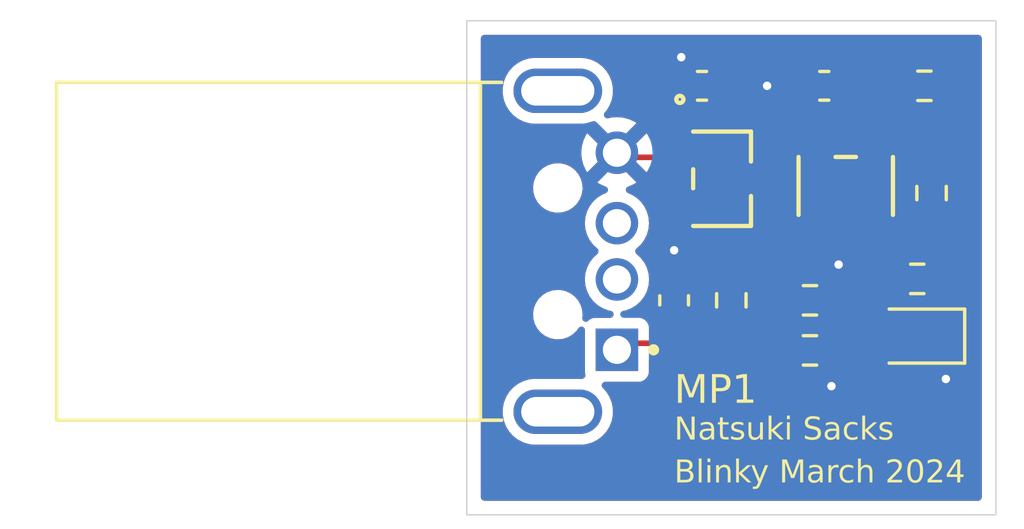
<source format=kicad_pcb>
(kicad_pcb (version 20221018) (generator pcbnew)
  (layers (0 "F.Cu" signal) (31 "B.Cu" signal) (34 "B.Paste" user) (35 "F.Paste" user) (36 "B.SilkS" user "B.Silkscreen") (37 "F.SilkS" user "F.Silkscreen") (38 "B.Mask" user) (39 "F.Mask" user) (44 "Edge.Cuts" user))
  (net 0 "")
  (net 1 "Net-(U2-VOUT)")
  (net 2 "GND1")
  (net 3 "Net-(U4-VIN-)")
  (net 4 "Net-(J1-VCC)")
  (net 9 "Net-(U4-VOUT)")
  (net 10 "Net-(R2-Pad1)")
  (net 11 "Net-(U4-VIN+)")
  (net 12 "Net-(D1-A)")
  (footprint "footprints:C_0603_1608Metric" (layer "F.Cu") (at 164.5665 89.662 180)
    (fp_text reference "C1" hide)
    (fp_text value "C_1uF" hide)
    (fp_line (start -0.162779 -0.51) (end 0.162779 -0.51) (stroke (width 0.12)) (layer "F.SilkS"))
    (fp_line (start -0.162779 0.51) (end 0.162779 0.51) (stroke (width 0.12)) (layer "F.SilkS"))
    (pad "1" smd roundrect (at -0.7875 0 180) (size 0.875 0.95) (layers "F.Cu" "F.Paste" "F.Mask") (net 1 "Net-(U2-VOUT)"))
    (pad "2" smd roundrect (at 0.7875 0 180) (size 0.875 0.95) (layers "F.Cu" "F.Paste" "F.Mask") (net 2 "GND1"))
  )
  (footprint "LED_SMD:LED_0805_2012Metric" (layer "F.Cu") (at 172.212 98.552 180)
    (fp_text reference "D1" hide)
    (fp_text value "LED" hide)
    (fp_line (start -1.685 -0.96) (end -1.685 0.96) (stroke (width 0.12)) (layer "F.SilkS"))
    (fp_line (start -1.685 0.96) (end 1 0.96) (stroke (width 0.12)) (layer "F.SilkS"))
    (fp_line (start 1 -0.96) (end -1.685 -0.96) (stroke (width 0.12)) (layer "F.SilkS"))
    (pad "1" smd roundrect (at -0.9375 0 180) (size 0.975 1.4) (layers "F.Cu" "F.Paste" "F.Mask") (net 2 "GND1"))
    (pad "2" smd roundrect (at 0.9375 0 180) (size 0.975 1.4) (layers "F.Cu" "F.Paste" "F.Mask") (net 12 "Net-(D1-A)"))
  )
  (footprint "custom_library:MOLEX_USB_conn" (layer "F.Cu") (at 159.444 95.54 -90)
    (fp_text reference "J1" hide)
    (fp_text value "48037-0001")
    (fp_line (start -6 2) (end -6 2.75) (stroke (width 0.127)) (layer "F.SilkS"))
    (fp_line (start -6 2.75) (end -6 17.8) (stroke (width 0.127)) (layer "F.SilkS"))
    (fp_line (start -6 2.75) (end 6 2.75) (stroke (width 0.127)) (layer "F.SilkS"))
    (fp_line (start -6 17.8) (end 6 17.8) (stroke (width 0.127)) (layer "F.SilkS"))
    (fp_line (start 6 2.75) (end 6 2) (stroke (width 0.127)) (layer "F.SilkS"))
    (fp_line (start 6 17.8) (end 6 2.75) (stroke (width 0.127)) (layer "F.SilkS"))
    (fp_circle (center 3.5 -3.4) (end 3.6 -3.4) (stroke (width 0.2)) (fill none) (layer "F.SilkS"))
    (pad "" np_thru_hole circle (at -2.25 0 270) (size 1.25 1.25) (drill 1.25) (layers "*.Cu" "*.Mask"))
    (pad "" np_thru_hole circle (at 2.25 0 270) (size 1.25 1.25) (drill 1.25) (layers "*.Cu" "*.Mask"))
    (pad "1" thru_hole rect (at 3.5 -2.1 270) (size 1.508 1.508) (drill 1) (layers "*.Cu" "*.Mask") (net 4 "Net-(J1-VCC)"))
    (pad "2" thru_hole circle (at 1 -2.1 270) (size 1.508 1.508) (drill 1) (layers "*.Cu" "*.Mask"))
    (pad "3" thru_hole circle (at -1 -2.1 270) (size 1.508 1.508) (drill 1) (layers "*.Cu" "*.Mask"))
    (pad "4" thru_hole circle (at -3.5 -2.1 270) (size 1.508 1.508) (drill 1) (layers "*.Cu" "*.Mask") (net 2 "GND1"))
    (pad "S1" thru_hole oval (at 5.7 0 270) (size 1.575 3.15) (drill oval 1.05 2.6) (layers "*.Cu" "*.Mask"))
    (pad "S2" thru_hole oval (at -5.7 0 270) (size 1.575 3.15) (drill oval 1.05 2.6) (layers "*.Cu" "*.Mask"))
  )
  (footprint "Resistor_SMD:R_0603_1608Metric" (layer "F.Cu") (at 168.402 99.06 180)
    (fp_text reference "R4" hide)
    (fp_text value "1K" hide)
    (fp_line (start -0.237258 -0.5225) (end 0.237258 -0.5225) (stroke (width 0.12)) (layer "F.SilkS"))
    (fp_line (start -0.237258 0.5225) (end 0.237258 0.5225) (stroke (width 0.12)) (layer "F.SilkS"))
    (pad "1" smd roundrect (at -0.825 0 180) (size 0.8 0.95) (layers "F.Cu" "F.Paste" "F.Mask") (net 2 "GND1"))
    (pad "2" smd roundrect (at 0.825 0 180) (size 0.8 0.95) (layers "F.Cu" "F.Paste" "F.Mask") (net 10 "Net-(R2-Pad1)"))
  )
  (footprint "Resistor_SMD:R_0603_1608Metric" (layer "F.Cu") (at 168.402 97.282)
    (fp_text reference "R2" hide)
    (fp_text value "1K" hide)
    (fp_line (start -0.237258 -0.5225) (end 0.237258 -0.5225) (stroke (width 0.12)) (layer "F.SilkS"))
    (fp_line (start -0.237258 0.5225) (end 0.237258 0.5225) (stroke (width 0.12)) (layer "F.SilkS"))
    (pad "1" smd roundrect (at -0.825 0) (size 0.8 0.95) (layers "F.Cu" "F.Paste" "F.Mask") (net 10 "Net-(R2-Pad1)"))
    (pad "2" smd roundrect (at 0.825 0) (size 0.8 0.95) (layers "F.Cu" "F.Paste" "F.Mask") (net 11 "Net-(U4-VIN+)"))
  )
  (footprint "custom_library:MCP1702T" (layer "F.Cu") (at 165.2792 92.964 -90)
    (fp_text reference "U2" hide)
    (fp_text value "MCP1702T-3302E_MB" hide)
    (fp_line (start -1.676999 -1.027) (end -1.676999 1.027) (stroke (width 0.1524)) (layer "F.SilkS"))
    (fp_line (start -0.61214 -1.027) (end -1.676999 -1.027) (stroke (width 0.1524)) (layer "F.SilkS"))
    (fp_line (start -0.337861 1.027) (end 0.337861 1.027) (stroke (width 0.1524)) (layer "F.SilkS"))
    (fp_line (start 1.676999 -1.027) (end 0.61214 -1.027) (stroke (width 0.1524)) (layer "F.SilkS"))
    (fp_line (start 1.676999 1.027) (end 1.676999 -1.027) (stroke (width 0.1524)) (layer "F.SilkS"))
    (fp_circle (center -2.819999 1.5) (end -2.692999 1.5) (stroke (width 0.1524)) (fill none) (layer "F.SilkS"))
    (pad "1" smd rect (at -0.950001 1.1952 270) (size 0.9398 1.3208) (layers "F.Cu" "F.Paste" "F.Mask") (net 2 "GND1"))
    (pad "2" smd rect (at 0.950001 1.1952 270) (size 0.9398 1.3208) (layers "F.Cu" "F.Paste" "F.Mask") (net 4 "Net-(J1-VCC)"))
    (pad "3" smd rect (at 0 -1.1952 270) (size 0.9398 1.3208) (layers "F.Cu" "F.Paste" "F.Mask") (net 1 "Net-(U2-VOUT)"))
  )
  (footprint "Resistor_SMD:R_0603_1608Metric" (layer "F.Cu") (at 172.72 93.472 90)
    (fp_text reference "R3" hide)
    (fp_text value "1K" hide)
    (fp_line (start -0.237258 -0.5225) (end 0.237258 -0.5225) (stroke (width 0.12)) (layer "F.SilkS"))
    (fp_line (start -0.237258 0.5225) (end 0.237258 0.5225) (stroke (width 0.12)) (layer "F.SilkS"))
    (pad "1" smd roundrect (at -0.825 0 90) (size 0.8 0.95) (layers "F.Cu" "F.Paste" "F.Mask") (net 11 "Net-(U4-VIN+)"))
    (pad "2" smd roundrect (at 0.825 0 90) (size 0.8 0.95) (layers "F.Cu" "F.Paste" "F.Mask") (net 9 "Net-(U4-VOUT)"))
  )
  (footprint "custom_library:MCP6021T" (layer "F.Cu") (at 169.672 93.218 90)
    (fp_text reference "U4" hide)
    (fp_text value "MCP6021T-E/OT" hide)
    (fp_line (start -1.0287 1.6764) (end 1.0287 1.6764) (stroke (width 0.1524)) (layer "F.SilkS"))
    (fp_line (start 1.0287 -1.6764) (end -1.0287 -1.6764) (stroke (width 0.1524)) (layer "F.SilkS"))
    (fp_line (start 1.0287 0.363261) (end 1.0287 -0.363261) (stroke (width 0.1524)) (layer "F.SilkS"))
    (pad "1" smd rect (at -1.2954 -0.950001 90) (size 1.3208 0.508) (layers "F.Cu" "F.Paste" "F.Mask") (net 9 "Net-(U4-VOUT)"))
    (pad "2" smd rect (at -1.2954 0 90) (size 1.3208 0.508) (layers "F.Cu" "F.Paste" "F.Mask") (net 2 "GND1"))
    (pad "3" smd rect (at -1.2954 0.950001 90) (size 1.3208 0.508) (layers "F.Cu" "F.Paste" "F.Mask") (net 11 "Net-(U4-VIN+)"))
    (pad "4" smd rect (at 1.2954 0.950001 90) (size 1.3208 0.508) (layers "F.Cu" "F.Paste" "F.Mask") (net 3 "Net-(U4-VIN-)"))
    (pad "5" smd rect (at 1.2954 -0.950001 90) (size 1.3208 0.508) (layers "F.Cu" "F.Paste" "F.Mask") (net 1 "Net-(U2-VOUT)"))
  )
  (footprint "Resistor_SMD:R_0603_1608Metric" (layer "F.Cu") (at 165.608 97.282 -90)
    (fp_text reference "R5" hide)
    (fp_text value "1K" hide)
    (fp_line (start -0.237258 -0.5225) (end 0.237258 -0.5225) (stroke (width 0.12)) (layer "F.SilkS"))
    (fp_line (start -0.237258 0.5225) (end 0.237258 0.5225) (stroke (width 0.12)) (layer "F.SilkS"))
    (pad "1" smd roundrect (at -0.825 0 270) (size 0.8 0.95) (layers "F.Cu" "F.Paste" "F.Mask") (net 1 "Net-(U2-VOUT)"))
    (pad "2" smd roundrect (at 0.825 0 270) (size 0.8 0.95) (layers "F.Cu" "F.Paste" "F.Mask") (net 10 "Net-(R2-Pad1)"))
  )
  (footprint "Resistor_SMD:R_0603_1608Metric" (layer "F.Cu") (at 172.212 96.52 180)
    (fp_text reference "R6" hide)
    (fp_text value "1K" hide)
    (fp_line (start -0.237258 -0.5225) (end 0.237258 -0.5225) (stroke (width 0.12)) (layer "F.SilkS"))
    (fp_line (start -0.237258 0.5225) (end 0.237258 0.5225) (stroke (width 0.12)) (layer "F.SilkS"))
    (pad "1" smd roundrect (at -0.825 0 180) (size 0.8 0.95) (layers "F.Cu" "F.Paste" "F.Mask") (net 9 "Net-(U4-VOUT)"))
    (pad "2" smd roundrect (at 0.825 0 180) (size 0.8 0.95) (layers "F.Cu" "F.Paste" "F.Mask") (net 12 "Net-(D1-A)"))
  )
  (footprint "footprints:C_0603_1608Metric" (layer "F.Cu") (at 168.91 89.662)
    (fp_text reference "C2" hide)
    (fp_text value "C_10uF" hide)
    (fp_line (start -0.162779 -0.51) (end 0.162779 -0.51) (stroke (width 0.12)) (layer "F.SilkS"))
    (fp_line (start -0.162779 0.51) (end 0.162779 0.51) (stroke (width 0.12)) (layer "F.SilkS"))
    (pad "1" smd roundrect (at -0.7875 0) (size 0.875 0.95) (layers "F.Cu" "F.Paste" "F.Mask") (net 2 "GND1"))
    (pad "2" smd roundrect (at 0.7875 0) (size 0.875 0.95) (layers "F.Cu" "F.Paste" "F.Mask") (net 3 "Net-(U4-VIN-)"))
  )
  (footprint "Resistor_SMD:R_0603_1608Metric" (layer "F.Cu") (at 172.466 89.662 180)
    (fp_text reference "R1" hide)
    (fp_text value "60.4K" hide)
    (fp_line (start -0.237258 -0.5225) (end 0.237258 -0.5225) (stroke (width 0.12)) (layer "F.SilkS"))
    (fp_line (start -0.237258 0.5225) (end 0.237258 0.5225) (stroke (width 0.12)) (layer "F.SilkS"))
    (pad "1" smd roundrect (at -0.825 0 180) (size 0.8 0.95) (layers "F.Cu" "F.Paste" "F.Mask") (net 9 "Net-(U4-VOUT)"))
    (pad "2" smd roundrect (at 0.825 0 180) (size 0.8 0.95) (layers "F.Cu" "F.Paste" "F.Mask") (net 3 "Net-(U4-VIN-)"))
  )
  (footprint "footprints:C_0603_1608Metric" (layer "F.Cu") (at 163.576 97.282 90)
    (fp_text reference "C4" hide)
    (fp_text value "C_1uF" hide)
    (fp_line (start -0.162779 -0.51) (end 0.162779 -0.51) (stroke (width 0.12)) (layer "F.SilkS"))
    (fp_line (start -0.162779 0.51) (end 0.162779 0.51) (stroke (width 0.12)) (layer "F.SilkS"))
    (pad "1" smd roundrect (at -0.7875 0 90) (size 0.875 0.95) (layers "F.Cu" "F.Paste" "F.Mask") (net 4 "Net-(J1-VCC)"))
    (pad "2" smd roundrect (at 0.7875 0 90) (size 0.875 0.95) (layers "F.Cu" "F.Paste" "F.Mask") (net 2 "GND1"))
  )
  (gr_rect (start 156.21 87.352) (end 175.006 104.902) (stroke (width 0.05)) (fill none) (layer "Edge.Cuts"))
  (gr_text "Blinky March 2024\n" (at 163.576 103.886) (layer "F.SilkS") (effects (font (size 0.8 0.8) (thickness 0.05)) (justify left bottom)))
  (gr_text "MP1" (at 163.576 101.092) (layer "F.SilkS") (effects (font (size 1 1) (thickness 0.1)) (justify left bottom)))
  (gr_text "Natsuki Sacks" (at 163.576 102.362) (layer "F.SilkS") (effects (font (size 0.8 0.8) (thickness 0.0375)) (justify left bottom)))
  (segment (start 165.354 89.662) (end 165.862 89.662) (width 0.2) (layer "F.Cu") (net 1))
  (segment (start 167.64 92.964) (end 166.4744 92.964) (width 0.2) (layer "F.Cu") (net 1))
  (segment (start 166.878 95.187) (end 166.878 93.3676) (width 0.2) (layer "F.Cu") (net 1))
  (segment (start 166.878 92.5604) (end 166.4744 92.964) (width 0.2) (layer "F.Cu") (net 1))
  (segment (start 166.878 90.678) (end 166.878 92.5604) (width 0.2) (layer "F.Cu") (net 1))
  (segment (start 165.862 89.662) (end 166.878 90.678) (width 0.2) (layer "F.Cu") (net 1))
  (segment (start 166.878 93.3676) (end 166.4744 92.964) (width 0.2) (layer "F.Cu") (net 1))
  (segment (start 165.608 96.457) (end 166.878 95.187) (width 0.2) (layer "F.Cu") (net 1))
  (segment (start 168.6814 91.9226) (end 167.64 92.964) (width 0.2) (layer "F.Cu") (net 1))
  (segment (start 168.721999 91.9226) (end 168.6814 91.9226) (width 0.2) (layer "F.Cu") (net 1))
  (segment (start 163.895999 92.202) (end 161.706 92.202) (width 0.2) (layer "F.Cu") (net 2))
  (segment (start 173.228 100.076) (end 173.228 98.6305) (width 0.2) (layer "F.Cu") (net 2))
  (segment (start 163.83 88.646) (end 163.83 89.611) (width 0.2) (layer "F.Cu") (net 2))
  (segment (start 173.228 98.6305) (end 173.1495 98.552) (width 0.2) (layer "F.Cu") (net 2))
  (segment (start 163.83 89.611) (end 163.779 89.662) (width 0.2) (layer "F.Cu") (net 2))
  (segment (start 164.084 92.013999) (end 163.895999 92.202) (width 0.2) (layer "F.Cu") (net 2))
  (segment (start 169.672 95.758) (end 169.672 94.5134) (width 0.2) (layer "F.Cu") (net 2))
  (segment (start 169.164 100.33) (end 169.164 99.123) (width 0.2) (layer "F.Cu") (net 2))
  (segment (start 169.418 96.012) (end 169.672 95.758) (width 0.2) (layer "F.Cu") (net 2))
  (segment (start 169.164 99.123) (end 169.227 99.06) (width 0.2) (layer "F.Cu") (net 2))
  (segment (start 163.779 91.708999) (end 164.084 92.013999) (width 0.2) (layer "F.Cu") (net 2))
  (segment (start 163.779 89.662) (end 163.779 91.708999) (width 0.2) (layer "F.Cu") (net 2))
  (segment (start 163.576 95.504) (end 163.576 96.4945) (width 0.2) (layer "F.Cu") (net 2))
  (segment (start 161.706 92.202) (end 161.544 92.04) (width 0.2) (layer "F.Cu") (net 2))
  (segment (start 166.878 89.662) (end 168.1225 89.662) (width 0.2) (layer "F.Cu") (net 2))
  (via (at 173.228 100.076) (size 0.6) (drill 0.3) (layers "F.Cu" "B.Cu") (net 2))
  (via (at 169.164 100.33) (size 0.6) (drill 0.3) (layers "F.Cu" "B.Cu") (net 2))
  (via (at 166.878 89.662) (size 0.6) (drill 0.3) (layers "F.Cu" "B.Cu") (net 2))
  (via (at 163.83 88.646) (size 0.6) (drill 0.3) (layers "F.Cu" "B.Cu") (net 2))
  (via (at 169.418 96.012) (size 0.6) (drill 0.3) (layers "F.Cu" "B.Cu") (net 2))
  (via (at 163.576 95.504) (size 0.6) (drill 0.3) (layers "F.Cu" "B.Cu") (net 2))
  (segment (start 169.6975 89.662) (end 171.641 89.662) (width 0.2) (layer "F.Cu") (net 3))
  (segment (start 171.641 90.487) (end 170.622001 91.505999) (width 0.2) (layer "F.Cu") (net 3))
  (segment (start 170.622001 91.505999) (end 170.622001 91.9226) (width 0.2) (layer "F.Cu") (net 3))
  (segment (start 171.641 89.662) (end 171.641 90.487) (width 0.2) (layer "F.Cu") (net 3))
  (segment (start 164.32525 98.0695) (end 163.576 98.0695) (width 0.2) (layer "F.Cu") (net 4))
  (segment (start 161.778 98.806) (end 161.544 99.04) (width 0.2) (layer "F.Cu") (net 4))
  (segment (start 162.8395 98.806) (end 161.778 98.806) (width 0.2) (layer "F.Cu") (net 4))
  (segment (start 164.084 93.914001) (end 164.084 94.996) (width 0.2) (layer "F.Cu") (net 4))
  (segment (start 164.592 97.80275) (end 164.32525 98.0695) (width 0.2) (layer "F.Cu") (net 4))
  (segment (start 164.592 95.504) (end 164.592 97.80275) (width 0.2) (layer "F.Cu") (net 4))
  (segment (start 164.084 94.996) (end 164.592 95.504) (width 0.2) (layer "F.Cu") (net 4))
  (segment (start 163.576 98.0695) (end 162.8395 98.806) (width 0.2) (layer "F.Cu") (net 4))
  (segment (start 173.419 92.647) (end 172.72 92.647) (width 0.2) (layer "F.Cu") (net 9))
  (segment (start 173.736 95.821) (end 173.736 92.964) (width 0.2) (layer "F.Cu") (net 9))
  (segment (start 172.403 92.964) (end 169.418 92.964) (width 0.2) (layer "F.Cu") (net 9))
  (segment (start 168.721999 93.660001) (end 168.721999 94.5134) (width 0.2) (layer "F.Cu") (net 9))
  (segment (start 169.418 92.964) (end 168.721999 93.660001) (width 0.2) (layer "F.Cu") (net 9))
  (segment (start 173.736 92.964) (end 173.419 92.647) (width 0.2) (layer "F.Cu") (net 9))
  (segment (start 172.72 92.647) (end 172.403 92.964) (width 0.2) (layer "F.Cu") (net 9))
  (segment (start 172.72 92.647) (end 172.72 90.233) (width 0.2) (layer "F.Cu") (net 9))
  (segment (start 173.037 96.52) (end 173.736 95.821) (width 0.2) (layer "F.Cu") (net 9))
  (segment (start 172.72 90.233) (end 173.291 89.662) (width 0.2) (layer "F.Cu") (net 9))
  (segment (start 166.561 99.06) (end 167.577 99.06) (width 0.2) (layer "F.Cu") (net 10))
  (segment (start 165.608 98.107) (end 166.561 99.06) (width 0.2) (layer "F.Cu") (net 10))
  (segment (start 167.577 99.06) (end 167.577 97.282) (width 0.2) (layer "F.Cu") (net 10))
  (segment (start 170.622001 94.5134) (end 170.850601 94.742) (width 0.2) (layer "F.Cu") (net 11))
  (segment (start 169.227 97.282) (end 170.622001 95.886999) (width 0.2) (layer "F.Cu") (net 11))
  (segment (start 170.850601 94.742) (end 172.275 94.742) (width 0.2) (layer "F.Cu") (net 11))
  (segment (start 170.622001 95.886999) (end 170.622001 94.5134) (width 0.2) (layer "F.Cu") (net 11))
  (segment (start 172.275 94.742) (end 172.72 94.297) (width 0.2) (layer "F.Cu") (net 11))
  (segment (start 171.2745 96.6325) (end 171.387 96.52) (width 0.2) (layer "F.Cu") (net 12))
  (segment (start 171.2745 98.552) (end 171.2745 96.6325) (width 0.2) (layer "F.Cu") (net 12))
  (zone (net 2) (net_name "GND1") (layers "F&B.Cu") (connect_pads (clearance 0.381)) (min_thickness 0.254) (fill yes (thermal_gap 0.508) (thermal_bridge_width 0.508))
    (polygon (pts (xy 175.768 86.614) (xy 155.448 86.868) (xy 155.194 105.41) (xy 176.022 105.41)))
  )
)
</source>
